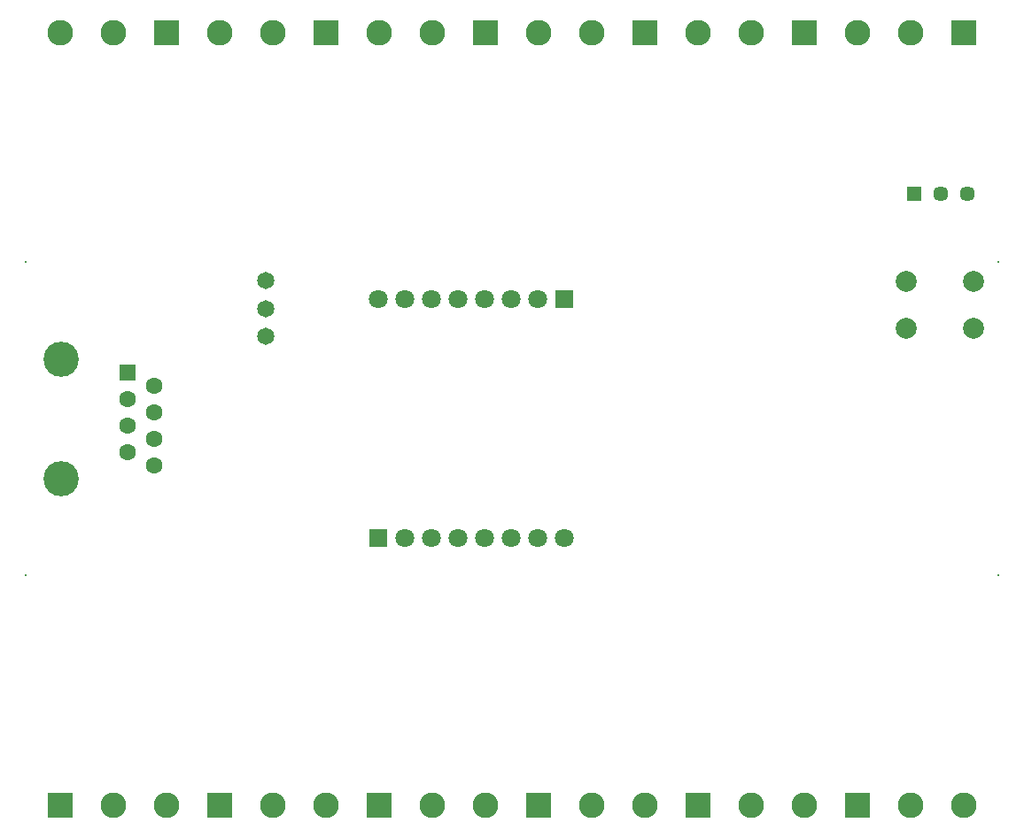
<source format=gbs>
G04 Layer_Color=16711935*
%FSLAX43Y43*%
%MOMM*%
G71*
G01*
G75*
%ADD51C,1.800*%
%ADD52C,1.600*%
%ADD95C,2.000*%
%ADD96R,1.800X1.800*%
%ADD97R,2.450X2.450*%
%ADD98C,2.450*%
%ADD99R,0.200X0.200*%
%ADD100R,1.600X1.600*%
%ADD101C,3.370*%
%ADD102R,1.448X1.448*%
%ADD103C,1.448*%
%ADD104C,1.650*%
D51*
X59620Y76330D02*
D03*
X62160D02*
D03*
X64700D02*
D03*
X67240D02*
D03*
X69780D02*
D03*
X72320D02*
D03*
X74860D02*
D03*
X77400Y53470D02*
D03*
X74860D02*
D03*
X72320D02*
D03*
X69780D02*
D03*
X67240D02*
D03*
X64700D02*
D03*
X62160D02*
D03*
D52*
X38160Y60455D02*
D03*
Y68075D02*
D03*
X35620Y61725D02*
D03*
Y66805D02*
D03*
X38160Y62995D02*
D03*
Y65535D02*
D03*
X35620Y64265D02*
D03*
D95*
X116550Y73550D02*
D03*
X110050D02*
D03*
X116550Y78050D02*
D03*
X110050D02*
D03*
D96*
X77400Y76330D02*
D03*
X59620Y53470D02*
D03*
D97*
X69860Y101850D02*
D03*
X39380D02*
D03*
X54620D02*
D03*
X115580D02*
D03*
X85100D02*
D03*
X100340D02*
D03*
X74940Y27925D02*
D03*
X105420D02*
D03*
X90180D02*
D03*
X29225Y27925D02*
D03*
X59705D02*
D03*
X44465D02*
D03*
D98*
X64780Y101850D02*
D03*
X59700D02*
D03*
X34300D02*
D03*
X29220D02*
D03*
X49540D02*
D03*
X44460D02*
D03*
X110500D02*
D03*
X105420D02*
D03*
X80020D02*
D03*
X74940D02*
D03*
X95260D02*
D03*
X90180D02*
D03*
X80020Y27925D02*
D03*
X85100D02*
D03*
X110500D02*
D03*
X115580D02*
D03*
X95260D02*
D03*
X100340D02*
D03*
X34305Y27925D02*
D03*
X39385D02*
D03*
X64785D02*
D03*
X69865D02*
D03*
X49545D02*
D03*
X54625D02*
D03*
D99*
X25900Y79900D02*
D03*
X118900Y79900D02*
D03*
Y49900D02*
D03*
X25900D02*
D03*
D100*
X35620Y69345D02*
D03*
D101*
X29270Y59185D02*
D03*
Y70615D02*
D03*
D102*
X110860Y86400D02*
D03*
D103*
X113400D02*
D03*
X115940D02*
D03*
D104*
X48895Y78092D02*
D03*
Y72808D02*
D03*
Y75450D02*
D03*
M02*

</source>
